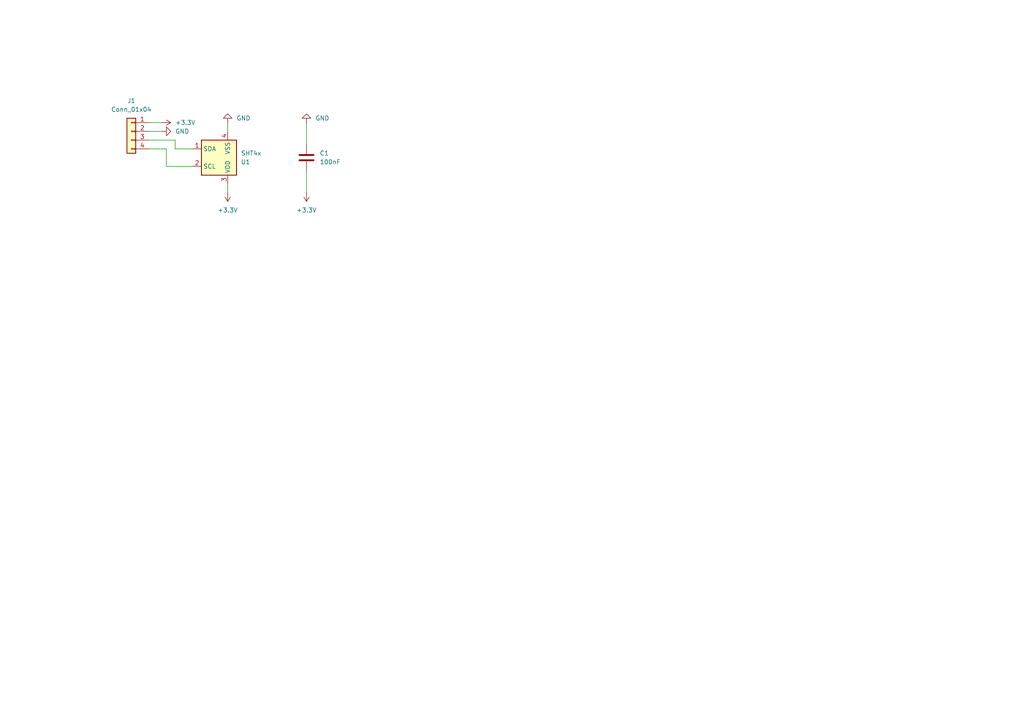
<source format=kicad_sch>
(kicad_sch (version 20250114) (generator "eeschema") (generator_version "9.0")
  (paper "A4")
  (title_block (title "OSm Thermal Satellite Board") (date "2025-08-14") (rev "2.2") (company "CircleShift Hardware"))
  (lib_symbols
    (symbol "Connector_Generic:Conn_01x04" (pin_names (offset 1.016) (hide yes))
      (property "Reference" "J" (at 0 5.08 0))
      (property "Value" "Conn_01x04" (at 0 -7.62 0))
      (symbol "Conn_01x04_1_1"
        (rectangle (start -1.27 3.81) (end 1.27 -6.35) (stroke (width 0.254)) (fill (type background)))
        (rectangle (start -1.27 2.667) (end 0 2.413) (stroke (width 0.1524)))
        (rectangle (start -1.27 0.127) (end 0 -0.127) (stroke (width 0.1524)))
        (rectangle (start -1.27 -2.413) (end 0 -2.667) (stroke (width 0.1524)))
        (rectangle (start -1.27 -4.953) (end 0 -5.207) (stroke (width 0.1524)))
        (pin passive line (at -5.08 2.54 0) (length 3.81) (name "Pin_1") (number "1"))
        (pin passive line (at -5.08 0 0) (length 3.81) (name "Pin_2") (number "2"))
        (pin passive line (at -5.08 -2.54 0) (length 3.81) (name "Pin_3") (number "3"))
        (pin passive line (at -5.08 -5.08 0) (length 3.81) (name "Pin_4") (number "4"))
      )
    )
    (symbol "Device:C" (pin_numbers (hide yes)) (pin_names (offset 0.254))
      (property "Reference" "C" (at 0.635 2.54 0))
      (property "Value" "C" (at 0.635 -2.54 0))
      (symbol "C_0_1"
        (polyline (pts (xy -2.032 0.762) (xy 2.032 0.762)) (stroke (width 0.508)))
        (polyline (pts (xy -2.032 -0.762) (xy 2.032 -0.762)) (stroke (width 0.508)))
      )
      (symbol "C_1_1"
        (pin passive line (at 0 3.81 270) (length 2.794) (name "~") (number "1"))
        (pin passive line (at 0 -3.81 90) (length 2.794) (name "~") (number "2"))
      )
    )
    (symbol "Sensor_Humidity:SHT4x"
      (property "Reference" "U" (at 0 8.89 0))
      (property "Value" "SHT4x" (at 0 6.35 0))
      (symbol "SHT4x_1_1"
        (rectangle (start -5.08 5.08) (end 5.08 -5.08) (stroke (width 0.254)) (fill (type background)))
        (pin input line (at -7.62 2.54 0) (length 2.54) (name "SCL") (number "2"))
        (pin bidirectional line (at -7.62 -2.54 0) (length 2.54) (name "SDA") (number "1"))
        (pin power_in line (at 2.54 7.62 270) (length 2.54) (name "VDD") (number "3"))
        (pin power_in line (at 2.54 -7.62 90) (length 2.54) (name "VSS") (number "4"))
      )
    )
    (symbol "power:+3.3V" (power) (pin_numbers (hide yes)) (pin_names (offset 0) (hide yes))
      (property "Value" "+3.3V" (at 0 3.556 0))
      (symbol "+3.3V_0_1"
        (polyline (pts (xy -0.762 1.27) (xy 0 2.54)))
        (polyline (pts (xy 0 2.54) (xy 0.762 1.27)))
        (polyline (pts (xy 0 0) (xy 0 2.54)))
      )
      (symbol "+3.3V_1_1"
        (pin power_in line (at 0 0 90) (length 0) (name "~") (number "1"))
      )
    )
    (symbol "power:GND" (power) (pin_numbers (hide yes)) (pin_names (offset 0) (hide yes))
      (property "Value" "GND" (at 0 -3.81 0))
      (symbol "GND_0_1"
        (polyline (pts (xy 0 0) (xy 0 -1.27) (xy 1.27 -1.27) (xy 0 -2.54) (xy -1.27 -1.27) (xy 0 -1.27)))
      )
      (symbol "GND_1_1"
        (pin power_in line (at 0 0 270) (length 0) (name "~") (number "1"))
      )
    )
  )
  (wire (pts (xy 48.26 48.26) (xy 55.88 48.26)))
  (wire (pts (xy 50.8 40.64) (xy 50.8 43.18)))
  (wire (pts (xy 43.18 38.1) (xy 46.99 38.1)))
  (wire (pts (xy 50.8 43.18) (xy 55.88 43.18)))
  (wire (pts (xy 48.26 48.26) (xy 48.26 43.18)))
  (wire (pts (xy 88.9 35.56) (xy 88.9 41.91)))
  (wire (pts (xy 48.26 43.18) (xy 43.18 43.18)))
  (wire (pts (xy 88.9 49.53) (xy 88.9 55.88)))
  (wire (pts (xy 43.18 40.64) (xy 50.8 40.64)))
  (wire (pts (xy 43.18 35.56) (xy 46.99 35.56)))
  (wire (pts (xy 66.04 35.56) (xy 66.04 38.1)))
  (wire (pts (xy 66.04 53.34) (xy 66.04 55.88)))
  (symbol (lib_id "Connector_Generic:Conn_01x04") (at 38.1 38.1 0) (mirror y) (unit 1)
    (property "Reference" "J1" (at 38.1 29.21 0))
    (property "Value" "Conn_01x04" (at 38.1 31.75 0))
    (property "Footprint" "Connector_PinHeader_2.54mm:PinHeader_1x04_P2.54mm_Vertical" (effects (hide yes)))
    (property "Description" "Generic connector, single row, 01x04, script generated (kicad-library-utils/schlib/autogen/connector/)" (effects (hide yes)))
  )
  (symbol (lib_id "Device:C") (at 88.9 45.72 0) (unit 1)
    (property "Reference" "C1" (at 92.71 44.4499 0) (effects (justify left)))
    (property "Value" "100nF" (at 92.71 46.9899 0) (effects (justify left)))
    (property "Footprint" "Capacitor_SMD:C_0603_1608Metric" (effects (hide yes)))
    (property "Description" "Unpolarized capacitor" (effects (hide yes)))
  )
  (symbol (lib_id "power:GND") (at 66.04 35.56 180) (unit 1)
    (property "Reference" "#PWR02" (effects (hide yes)))
    (property "Value" "GND" (at 68.58 34.2899 0) (effects (justify right)))
    (property "Description" "Power symbol creates a global label with name \"GND\" , ground" (effects (hide yes)))
  )
  (symbol (lib_id "power:GND") (at 46.99 38.1 90) (unit 1)
    (property "Reference" "#PWR01" (effects (hide yes)))
    (property "Value" "GND" (at 50.8 38.0999 90) (effects (justify right)))
    (property "Description" "Power symbol creates a global label with name \"GND\" , ground" (effects (hide yes)))
  )
  (symbol (lib_id "power:GND") (at 88.9 35.56 180) (unit 1)
    (property "Reference" "#PWR06" (effects (hide yes)))
    (property "Value" "GND" (at 91.44 34.2899 0) (effects (justify right)))
    (property "Description" "Power symbol creates a global label with name \"GND\" , ground" (effects (hide yes)))
  )
  (symbol (lib_id "Sensor_Humidity:SHT4x") (at 63.5 45.72 0) (mirror x) (unit 1)
    (property "Reference" "U1" (at 69.85 46.9901 0) (effects (justify left)))
    (property "Value" "SHT4x" (at 69.85 44.4501 0) (effects (justify left)))
    (property "Footprint" "Sensor_Humidity:Sensirion_DFN-4_1.5x1.5mm_P0.8mm_SHT4x_NoCentralPad" (effects (hide yes)))
    (property "Datasheet" "https://sensirion.com/media/documents/33FD6951/624C4357/Datasheet_SHT4x.pdf" (effects (hide yes)))
    (property "Description" "Digital Humidity and Temperature Sensor, ±1%RH, ±0.1°C, I2C, 1.08-3.6V, 16bit, DFN-4" (effects (hide yes)))
  )
  (symbol (lib_id "power:+3.3V") (at 46.99 35.56 270) (unit 1)
    (property "Reference" "#PWR03" (effects (hide yes)))
    (property "Value" "+3.3V" (at 50.8 35.5599 90) (effects (justify left)))
    (property "Description" "Power symbol creates a global label with name \"+3.3V\"" (effects (hide yes)))
  )
  (symbol (lib_id "power:+3.3V") (at 66.04 55.88 180) (unit 1)
    (property "Reference" "#PWR04" (effects (hide yes)))
    (property "Value" "+3.3V" (at 66.04 60.96 0))
    (property "Description" "Power symbol creates a global label with name \"+3.3V\"" (effects (hide yes)))
  )
  (symbol (lib_id "power:+3.3V") (at 88.9 55.88 180) (unit 1)
    (property "Reference" "#PWR05" (effects (hide yes)))
    (property "Value" "+3.3V" (at 88.9 60.96 0))
    (property "Description" "Power symbol creates a global label with name \"+3.3V\"" (effects (hide yes)))
  )
)
</source>
